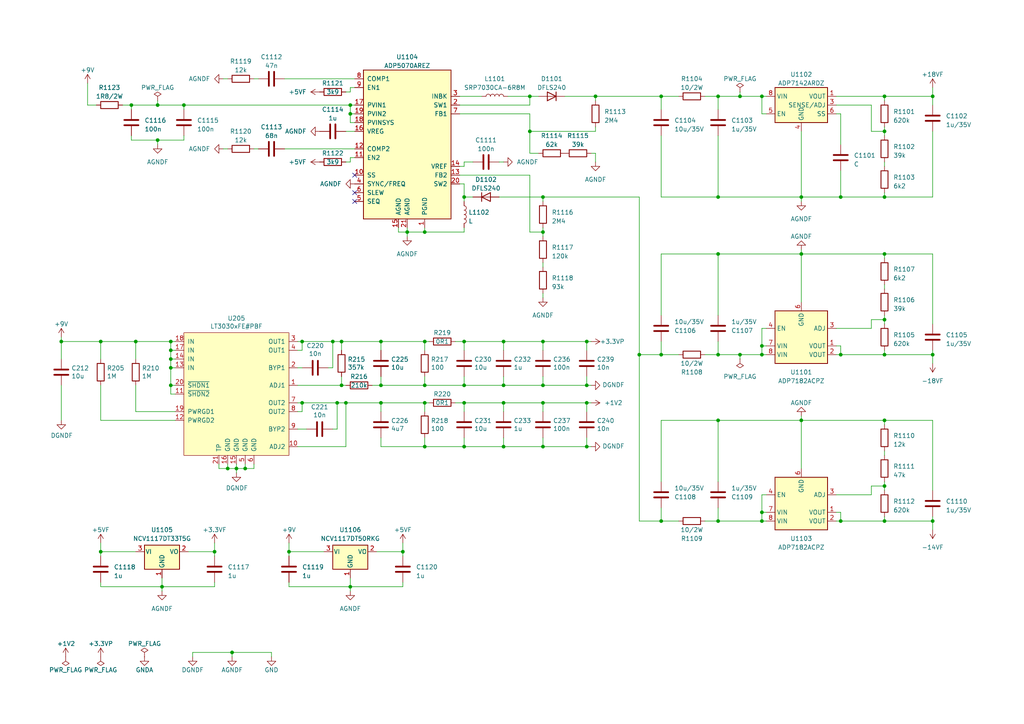
<source format=kicad_sch>
(kicad_sch (version 20230121) (generator eeschema)
  (paper "A4")
  (title_block (title "Power float") (date "2020-03-07") (rev "1.0") (comment 1 "Verification done."))
  (junction (at 110.49 116.84))
  (junction (at 256.54 102.87))
  (junction (at 134.62 57.15))
  (junction (at 99.06 111.76))
  (junction (at 66.04 135.89))
  (junction (at 243.84 57.15))
  (junction (at 110.49 111.76))
  (junction (at 220.98 100.33))
  (junction (at 256.54 57.15))
  (junction (at 134.62 129.54))
  (junction (at 220.98 102.87))
  (junction (at 116.84 160.02))
  (junction (at 220.98 151.13))
  (junction (at 243.84 102.87))
  (junction (at 232.41 57.15))
  (junction (at 123.19 129.54))
  (junction (at 157.48 129.54))
  (junction (at 270.51 27.94))
  (junction (at 191.77 151.13))
  (junction (at 270.51 151.13))
  (junction (at 208.28 102.87))
  (junction (at 208.28 121.92))
  (junction (at 191.77 102.87))
  (junction (at 49.53 106.68))
  (junction (at 101.6 170.18))
  (junction (at 232.41 121.92))
  (junction (at 46.99 170.18))
  (junction (at 157.48 67.31))
  (junction (at 29.21 99.06))
  (junction (at 157.48 57.15))
  (junction (at 170.18 111.76))
  (junction (at 256.54 121.92))
  (junction (at 153.67 38.1))
  (junction (at 172.72 27.94))
  (junction (at 134.62 116.84))
  (junction (at 146.05 129.54))
  (junction (at 256.54 140.97))
  (junction (at 45.72 30.48))
  (junction (at 97.79 116.84))
  (junction (at 101.6 30.48))
  (junction (at 123.19 99.06))
  (junction (at 96.52 99.06))
  (junction (at 170.18 129.54))
  (junction (at 123.19 116.84))
  (junction (at 208.28 73.66))
  (junction (at 53.34 30.48))
  (junction (at 220.98 27.94))
  (junction (at 62.23 160.02))
  (junction (at 146.05 99.06))
  (junction (at 45.72 40.64))
  (junction (at 270.51 102.87))
  (junction (at 49.53 99.06))
  (junction (at 157.48 116.84))
  (junction (at 256.54 27.94))
  (junction (at 71.12 135.89))
  (junction (at 49.53 101.6))
  (junction (at 146.05 111.76))
  (junction (at 49.53 111.76))
  (junction (at 220.98 148.59))
  (junction (at 17.78 99.06))
  (junction (at 208.28 57.15))
  (junction (at 29.21 160.02))
  (junction (at 39.37 99.06))
  (junction (at 87.63 116.84))
  (junction (at 243.84 151.13))
  (junction (at 153.67 27.94))
  (junction (at 134.62 99.06))
  (junction (at 123.19 67.31))
  (junction (at 83.82 160.02))
  (junction (at 214.63 102.87))
  (junction (at 99.06 99.06))
  (junction (at 49.53 104.14))
  (junction (at 118.11 67.31))
  (junction (at 256.54 38.1))
  (junction (at 170.18 99.06))
  (junction (at 256.54 73.66))
  (junction (at 67.31 189.23))
  (junction (at 38.1 30.48))
  (junction (at 101.6 33.02))
  (junction (at 157.48 99.06))
  (junction (at 68.58 135.89))
  (junction (at 100.33 116.84))
  (junction (at 208.28 151.13))
  (junction (at 185.42 102.87))
  (junction (at 232.41 73.66))
  (junction (at 146.05 116.84))
  (junction (at 256.54 92.71))
  (junction (at 256.54 151.13))
  (junction (at 134.62 111.76))
  (junction (at 110.49 99.06))
  (junction (at 157.48 111.76))
  (junction (at 87.63 99.06))
  (junction (at 123.19 111.76))
  (junction (at 191.77 27.94))
  (junction (at 214.63 27.94))
  (junction (at 170.18 116.84))
  (junction (at 208.28 27.94))
  (no_connect (at 102.87 50.8))
  (no_connect (at 102.87 58.42))
  (no_connect (at 102.87 55.88))
  (wire (pts (xy 39.37 99.06) (xy 49.53 99.06)))
  (wire (pts (xy 256.54 91.44) (xy 256.54 92.71)))
  (wire (pts (xy 242.57 27.94) (xy 256.54 27.94)))
  (wire (pts (xy 100.33 116.84) (xy 110.49 116.84)))
  (wire (pts (xy 97.79 124.46) (xy 97.79 116.84)))
  (wire (pts (xy 163.83 27.94) (xy 172.72 27.94)))
  (wire (pts (xy 123.19 67.31) (xy 123.19 66.04)))
  (wire (pts (xy 100.33 26.67) (xy 101.6 26.67)))
  (wire (pts (xy 146.05 129.54) (xy 134.62 129.54)))
  (wire (pts (xy 208.28 57.15) (xy 191.77 57.15)))
  (wire (pts (xy 38.1 30.48) (xy 38.1 31.75)))
  (wire (pts (xy 100.33 46.99) (xy 101.6 46.99)))
  (wire (pts (xy 134.62 57.15) (xy 137.16 57.15)))
  (wire (pts (xy 73.66 22.86) (xy 74.93 22.86)))
  (wire (pts (xy 256.54 123.19) (xy 256.54 121.92)))
  (wire (pts (xy 39.37 160.02) (xy 29.21 160.02)))
  (wire (pts (xy 83.82 168.91) (xy 83.82 170.18)))
  (wire (pts (xy 46.99 170.18) (xy 62.23 170.18)))
  (wire (pts (xy 116.84 170.18) (xy 116.84 168.91)))
  (wire (pts (xy 101.6 25.4) (xy 102.87 25.4)))
  (wire (pts (xy 153.67 33.02) (xy 153.67 38.1)))
  (wire (pts (xy 157.48 66.04) (xy 157.48 67.31)))
  (wire (pts (xy 157.48 67.31) (xy 157.48 68.58)))
  (wire (pts (xy 170.18 99.06) (xy 170.18 101.6)))
  (wire (pts (xy 134.62 99.06) (xy 132.08 99.06)))
  (wire (pts (xy 86.36 129.54) (xy 100.33 129.54)))
  (wire (pts (xy 87.63 106.68) (xy 86.36 106.68)))
  (wire (pts (xy 243.84 41.91) (xy 243.84 33.02)))
  (wire (pts (xy 39.37 119.38) (xy 39.37 111.76)))
  (wire (pts (xy 55.88 189.23) (xy 67.31 189.23)))
  (wire (pts (xy 87.63 99.06) (xy 96.52 99.06)))
  (wire (pts (xy 110.49 129.54) (xy 110.49 127)))
  (wire (pts (xy 191.77 151.13) (xy 191.77 147.32)))
  (wire (pts (xy 101.6 170.18) (xy 101.6 171.45)))
  (wire (pts (xy 156.21 44.45) (xy 153.67 44.45)))
  (wire (pts (xy 99.06 111.76) (xy 99.06 109.22)))
  (wire (pts (xy 97.79 116.84) (xy 100.33 116.84)))
  (wire (pts (xy 87.63 99.06) (xy 86.36 99.06)))
  (wire (pts (xy 83.82 170.18) (xy 101.6 170.18)))
  (wire (pts (xy 53.34 30.48) (xy 101.6 30.48)))
  (wire (pts (xy 243.84 49.53) (xy 243.84 57.15)))
  (wire (pts (xy 242.57 143.51) (xy 252.73 143.51)))
  (wire (pts (xy 232.41 38.1) (xy 232.41 57.15)))
  (wire (pts (xy 208.28 39.37) (xy 208.28 57.15)))
  (wire (pts (xy 134.62 99.06) (xy 134.62 101.6)))
  (wire (pts (xy 67.31 189.23) (xy 78.74 189.23)))
  (wire (pts (xy 220.98 148.59) (xy 222.25 148.59)))
  (wire (pts (xy 38.1 40.64) (xy 45.72 40.64)))
  (wire (pts (xy 73.66 43.18) (xy 74.93 43.18)))
  (wire (pts (xy 185.42 151.13) (xy 185.42 102.87)))
  (wire (pts (xy 118.11 67.31) (xy 118.11 68.58)))
  (wire (pts (xy 243.84 57.15) (xy 256.54 57.15)))
  (wire (pts (xy 82.55 43.18) (xy 102.87 43.18)))
  (wire (pts (xy 87.63 119.38) (xy 87.63 116.84)))
  (wire (pts (xy 46.99 167.64) (xy 46.99 170.18)))
  (wire (pts (xy 99.06 101.6) (xy 99.06 99.06)))
  (wire (pts (xy 134.62 57.15) (xy 134.62 53.34)))
  (wire (pts (xy 116.84 161.29) (xy 116.84 160.02)))
  (wire (pts (xy 17.78 111.76) (xy 17.78 121.92)))
  (wire (pts (xy 134.62 116.84) (xy 132.08 116.84)))
  (wire (pts (xy 153.67 50.8) (xy 153.67 67.31)))
  (wire (pts (xy 204.47 151.13) (xy 208.28 151.13)))
  (wire (pts (xy 256.54 74.93) (xy 256.54 73.66)))
  (wire (pts (xy 191.77 27.94) (xy 191.77 31.75)))
  (wire (pts (xy 53.34 30.48) (xy 53.34 31.75)))
  (wire (pts (xy 172.72 29.21) (xy 172.72 27.94)))
  (wire (pts (xy 78.74 189.23) (xy 78.74 190.5)))
  (wire (pts (xy 252.73 140.97) (xy 256.54 140.97)))
  (wire (pts (xy 97.79 116.84) (xy 87.63 116.84)))
  (wire (pts (xy 68.58 134.62) (xy 68.58 135.89)))
  (wire (pts (xy 270.51 93.98) (xy 270.51 73.66)))
  (wire (pts (xy 101.6 45.72) (xy 102.87 45.72)))
  (wire (pts (xy 170.18 111.76) (xy 157.48 111.76)))
  (wire (pts (xy 232.41 120.65) (xy 232.41 121.92)))
  (wire (pts (xy 252.73 92.71) (xy 256.54 92.71)))
  (wire (pts (xy 64.77 43.18) (xy 66.04 43.18)))
  (wire (pts (xy 171.45 111.76) (xy 170.18 111.76)))
  (wire (pts (xy 102.87 33.02) (xy 101.6 33.02)))
  (wire (pts (xy 86.36 101.6) (xy 87.63 101.6)))
  (wire (pts (xy 220.98 151.13) (xy 220.98 148.59)))
  (wire (pts (xy 133.35 30.48) (xy 153.67 30.48)))
  (wire (pts (xy 102.87 35.56) (xy 101.6 35.56)))
  (wire (pts (xy 256.54 130.81) (xy 256.54 132.08)))
  (wire (pts (xy 208.28 91.44) (xy 208.28 73.66)))
  (wire (pts (xy 208.28 31.75) (xy 208.28 27.94)))
  (wire (pts (xy 270.51 151.13) (xy 270.51 149.86)))
  (wire (pts (xy 243.84 102.87) (xy 256.54 102.87)))
  (wire (pts (xy 134.62 111.76) (xy 123.19 111.76)))
  (wire (pts (xy 232.41 57.15) (xy 232.41 58.42)))
  (wire (pts (xy 153.67 67.31) (xy 157.48 67.31)))
  (wire (pts (xy 134.62 127) (xy 134.62 129.54)))
  (wire (pts (xy 63.5 134.62) (xy 63.5 135.89)))
  (wire (pts (xy 208.28 102.87) (xy 214.63 102.87)))
  (wire (pts (xy 46.99 170.18) (xy 46.99 171.45)))
  (wire (pts (xy 157.48 127) (xy 157.48 129.54)))
  (wire (pts (xy 17.78 97.79) (xy 17.78 99.06)))
  (wire (pts (xy 214.63 26.67) (xy 214.63 27.94)))
  (wire (pts (xy 157.48 76.2) (xy 157.48 77.47)))
  (wire (pts (xy 146.05 111.76) (xy 134.62 111.76)))
  (wire (pts (xy 172.72 27.94) (xy 191.77 27.94)))
  (wire (pts (xy 220.98 33.02) (xy 220.98 27.94)))
  (wire (pts (xy 68.58 135.89) (xy 71.12 135.89)))
  (wire (pts (xy 45.72 29.21) (xy 45.72 30.48)))
  (wire (pts (xy 86.36 119.38) (xy 87.63 119.38)))
  (wire (pts (xy 25.4 30.48) (xy 25.4 24.13)))
  (wire (pts (xy 134.62 116.84) (xy 134.62 119.38)))
  (wire (pts (xy 208.28 27.94) (xy 214.63 27.94)))
  (wire (pts (xy 243.84 151.13) (xy 243.84 148.59)))
  (wire (pts (xy 222.25 102.87) (xy 220.98 102.87)))
  (wire (pts (xy 243.84 151.13) (xy 256.54 151.13)))
  (wire (pts (xy 110.49 129.54) (xy 123.19 129.54)))
  (wire (pts (xy 29.21 121.92) (xy 29.21 111.76)))
  (wire (pts (xy 153.67 44.45) (xy 153.67 38.1)))
  (wire (pts (xy 49.53 99.06) (xy 50.8 99.06)))
  (wire (pts (xy 115.57 66.04) (xy 115.57 67.31)))
  (wire (pts (xy 39.37 104.14) (xy 39.37 99.06)))
  (wire (pts (xy 191.77 73.66) (xy 191.77 91.44)))
  (wire (pts (xy 27.94 30.48) (xy 25.4 30.48)))
  (wire (pts (xy 50.8 119.38) (xy 39.37 119.38)))
  (wire (pts (xy 208.28 99.06) (xy 208.28 102.87)))
  (wire (pts (xy 191.77 102.87) (xy 191.77 99.06)))
  (wire (pts (xy 123.19 101.6) (xy 123.19 99.06)))
  (wire (pts (xy 242.57 95.25) (xy 252.73 95.25)))
  (wire (pts (xy 191.77 151.13) (xy 185.42 151.13)))
  (wire (pts (xy 124.46 99.06) (xy 123.19 99.06)))
  (wire (pts (xy 214.63 102.87) (xy 220.98 102.87)))
  (wire (pts (xy 157.48 116.84) (xy 146.05 116.84)))
  (wire (pts (xy 220.98 102.87) (xy 220.98 100.33)))
  (wire (pts (xy 256.54 139.7) (xy 256.54 140.97)))
  (wire (pts (xy 115.57 67.31) (xy 118.11 67.31)))
  (wire (pts (xy 243.84 102.87) (xy 243.84 100.33)))
  (wire (pts (xy 191.77 121.92) (xy 208.28 121.92)))
  (wire (pts (xy 171.45 44.45) (xy 172.72 44.45)))
  (wire (pts (xy 29.21 99.06) (xy 39.37 99.06)))
  (wire (pts (xy 38.1 39.37) (xy 38.1 40.64)))
  (wire (pts (xy 101.6 26.67) (xy 101.6 25.4)))
  (wire (pts (xy 123.19 111.76) (xy 123.19 109.22)))
  (wire (pts (xy 17.78 99.06) (xy 17.78 104.14)))
  (wire (pts (xy 270.51 142.24) (xy 270.51 121.92)))
  (wire (pts (xy 256.54 29.21) (xy 256.54 27.94)))
  (wire (pts (xy 123.19 67.31) (xy 134.62 67.31)))
  (wire (pts (xy 252.73 143.51) (xy 252.73 140.97)))
  (wire (pts (xy 256.54 57.15) (xy 270.51 57.15)))
  (wire (pts (xy 101.6 30.48) (xy 102.87 30.48)))
  (wire (pts (xy 157.48 99.06) (xy 157.48 101.6)))
  (wire (pts (xy 134.62 46.99) (xy 137.16 46.99)))
  (wire (pts (xy 146.05 109.22) (xy 146.05 111.76)))
  (wire (pts (xy 110.49 99.06) (xy 123.19 99.06)))
  (wire (pts (xy 256.54 55.88) (xy 256.54 57.15)))
  (wire (pts (xy 220.98 100.33) (xy 222.25 100.33)))
  (wire (pts (xy 196.85 151.13) (xy 191.77 151.13)))
  (wire (pts (xy 101.6 167.64) (xy 101.6 170.18)))
  (wire (pts (xy 116.84 160.02) (xy 109.22 160.02)))
  (wire (pts (xy 101.6 46.99) (xy 101.6 45.72)))
  (wire (pts (xy 45.72 40.64) (xy 45.72 41.91)))
  (wire (pts (xy 170.18 116.84) (xy 170.18 119.38)))
  (wire (pts (xy 220.98 95.25) (xy 222.25 95.25)))
  (wire (pts (xy 157.48 116.84) (xy 157.48 119.38)))
  (wire (pts (xy 99.06 111.76) (xy 100.33 111.76)))
  (wire (pts (xy 100.33 129.54) (xy 100.33 116.84)))
  (wire (pts (xy 170.18 116.84) (xy 157.48 116.84)))
  (wire (pts (xy 49.53 106.68) (xy 49.53 104.14)))
  (wire (pts (xy 73.66 135.89) (xy 73.66 134.62)))
  (wire (pts (xy 252.73 95.25) (xy 252.73 92.71)))
  (wire (pts (xy 110.49 116.84) (xy 110.49 119.38)))
  (wire (pts (xy 96.52 124.46) (xy 97.79 124.46)))
  (wire (pts (xy 270.51 25.4) (xy 270.51 27.94)))
  (wire (pts (xy 270.51 151.13) (xy 270.51 153.67)))
  (wire (pts (xy 50.8 101.6) (xy 49.53 101.6)))
  (wire (pts (xy 93.98 160.02) (xy 83.82 160.02)))
  (wire (pts (xy 146.05 127) (xy 146.05 129.54)))
  (wire (pts (xy 99.06 99.06) (xy 110.49 99.06)))
  (wire (pts (xy 116.84 157.48) (xy 116.84 160.02)))
  (wire (pts (xy 66.04 134.62) (xy 66.04 135.89)))
  (wire (pts (xy 71.12 135.89) (xy 73.66 135.89)))
  (wire (pts (xy 86.36 111.76) (xy 99.06 111.76)))
  (wire (pts (xy 256.54 82.55) (xy 256.54 83.82)))
  (wire (pts (xy 270.51 102.87) (xy 270.51 105.41)))
  (wire (pts (xy 256.54 151.13) (xy 270.51 151.13)))
  (wire (pts (xy 222.25 33.02) (xy 220.98 33.02)))
  (wire (pts (xy 204.47 102.87) (xy 208.28 102.87)))
  (wire (pts (xy 53.34 39.37) (xy 53.34 40.64)))
  (wire (pts (xy 134.62 129.54) (xy 123.19 129.54)))
  (wire (pts (xy 170.18 127) (xy 170.18 129.54)))
  (wire (pts (xy 170.18 129.54) (xy 157.48 129.54)))
  (wire (pts (xy 157.48 109.22) (xy 157.48 111.76)))
  (wire (pts (xy 191.77 73.66) (xy 208.28 73.66)))
  (wire (pts (xy 101.6 35.56) (xy 101.6 33.02)))
  (wire (pts (xy 170.18 109.22) (xy 170.18 111.76)))
  (wire (pts (xy 96.52 99.06) (xy 96.52 106.68)))
  (wire (pts (xy 242.57 102.87) (xy 243.84 102.87)))
  (wire (pts (xy 153.67 27.94) (xy 156.21 27.94)))
  (wire (pts (xy 270.51 27.94) (xy 270.51 30.48)))
  (wire (pts (xy 71.12 134.62) (xy 71.12 135.89)))
  (wire (pts (xy 62.23 160.02) (xy 54.61 160.02)))
  (wire (pts (xy 196.85 102.87) (xy 191.77 102.87)))
  (wire (pts (xy 185.42 102.87) (xy 185.42 57.15)))
  (wire (pts (xy 146.05 99.06) (xy 146.05 101.6)))
  (wire (pts (xy 100.33 38.1) (xy 102.87 38.1)))
  (wire (pts (xy 242.57 148.59) (xy 243.84 148.59)))
  (wire (pts (xy 146.05 99.06) (xy 134.62 99.06)))
  (wire (pts (xy 270.51 57.15) (xy 270.51 38.1)))
  (wire (pts (xy 144.78 57.15) (xy 157.48 57.15)))
  (wire (pts (xy 157.48 129.54) (xy 146.05 129.54)))
  (wire (pts (xy 146.05 116.84) (xy 134.62 116.84)))
  (wire (pts (xy 232.41 57.15) (xy 243.84 57.15)))
  (wire (pts (xy 256.54 102.87) (xy 256.54 101.6)))
  (wire (pts (xy 270.51 73.66) (xy 256.54 73.66)))
  (wire (pts (xy 157.48 85.09) (xy 157.48 86.36)))
  (wire (pts (xy 87.63 101.6) (xy 87.63 99.06)))
  (wire (pts (xy 29.21 170.18) (xy 46.99 170.18)))
  (wire (pts (xy 110.49 116.84) (xy 123.19 116.84)))
  (wire (pts (xy 67.31 189.23) (xy 67.31 190.5)))
  (wire (pts (xy 208.28 151.13) (xy 220.98 151.13)))
  (wire (pts (xy 256.54 46.99) (xy 256.54 48.26)))
  (wire (pts (xy 133.35 33.02) (xy 153.67 33.02)))
  (wire (pts (xy 171.45 99.06) (xy 170.18 99.06)))
  (wire (pts (xy 45.72 30.48) (xy 53.34 30.48)))
  (wire (pts (xy 49.53 114.3) (xy 49.53 111.76)))
  (wire (pts (xy 147.32 27.94) (xy 153.67 27.94)))
  (wire (pts (xy 49.53 101.6) (xy 49.53 99.06)))
  (wire (pts (xy 196.85 27.94) (xy 191.77 27.94)))
  (wire (pts (xy 222.25 151.13) (xy 220.98 151.13)))
  (wire (pts (xy 242.57 30.48) (xy 252.73 30.48)))
  (wire (pts (xy 123.19 129.54) (xy 123.19 127)))
  (wire (pts (xy 220.98 148.59) (xy 220.98 143.51)))
  (wire (pts (xy 110.49 111.76) (xy 110.49 109.22)))
  (wire (pts (xy 170.18 99.06) (xy 157.48 99.06)))
  (wire (pts (xy 256.54 27.94) (xy 270.51 27.94)))
  (wire (pts (xy 29.21 99.06) (xy 29.21 104.14)))
  (wire (pts (xy 204.47 27.94) (xy 208.28 27.94)))
  (wire (pts (xy 256.54 140.97) (xy 256.54 142.24)))
  (wire (pts (xy 35.56 30.48) (xy 38.1 30.48)))
  (wire (pts (xy 38.1 30.48) (xy 45.72 30.48)))
  (wire (pts (xy 66.04 135.89) (xy 68.58 135.89)))
  (wire (pts (xy 29.21 157.48) (xy 29.21 160.02)))
  (wire (pts (xy 157.48 57.15) (xy 157.48 58.42)))
  (wire (pts (xy 256.54 151.13) (xy 256.54 149.86)))
  (wire (pts (xy 50.8 121.92) (xy 29.21 121.92)))
  (wire (pts (xy 50.8 106.68) (xy 49.53 106.68)))
  (wire (pts (xy 62.23 161.29) (xy 62.23 160.02)))
  (wire (pts (xy 232.41 73.66) (xy 232.41 87.63)))
  (wire (pts (xy 101.6 33.02) (xy 101.6 30.48)))
  (wire (pts (xy 171.45 116.84) (xy 170.18 116.84)))
  (wire (pts (xy 171.45 129.54) (xy 170.18 129.54)))
  (wire (pts (xy 83.82 157.48) (xy 83.82 160.02)))
  (wire (pts (xy 208.28 139.7) (xy 208.28 121.92)))
  (wire (pts (xy 29.21 160.02) (xy 29.21 161.29)))
  (wire (pts (xy 134.62 67.31) (xy 134.62 66.04)))
  (wire (pts (xy 157.48 111.76) (xy 146.05 111.76)))
  (wire (pts (xy 96.52 106.68) (xy 95.25 106.68)))
  (wire (pts (xy 232.41 73.66) (xy 256.54 73.66)))
  (wire (pts (xy 146.05 116.84) (xy 146.05 119.38)))
  (wire (pts (xy 83.82 160.02) (xy 83.82 161.29)))
  (wire (pts (xy 96.52 99.06) (xy 99.06 99.06)))
  (wire (pts (xy 232.41 121.92) (xy 232.41 135.89)))
  (wire (pts (xy 208.28 57.15) (xy 232.41 57.15)))
  (wire (pts (xy 68.58 137.16) (xy 68.58 135.89)))
  (wire (pts (xy 256.54 92.71) (xy 256.54 93.98)))
  (wire (pts (xy 208.28 147.32) (xy 208.28 151.13)))
  (wire (pts (xy 123.19 116.84) (xy 123.19 119.38)))
  (wire (pts (xy 252.73 38.1) (xy 256.54 38.1)))
  (wire (pts (xy 232.41 121.92) (xy 256.54 121.92)))
  (wire (pts (xy 50.8 104.14) (xy 49.53 104.14)))
  (wire (pts (xy 110.49 111.76) (xy 123.19 111.76)))
  (wire (pts (xy 220.98 27.94) (xy 222.25 27.94)))
  (wire (pts (xy 134.62 53.34) (xy 133.35 53.34)))
  (wire (pts (xy 118.11 67.31) (xy 123.19 67.31)))
  (wire (pts (xy 118.11 66.04) (xy 118.11 67.31)))
  (wire (pts (xy 191.77 57.15) (xy 191.77 39.37)))
  (wire (pts (xy 64.77 22.86) (xy 66.04 22.86)))
  (wire (pts (xy 208.28 73.66) (xy 232.41 73.66)))
  (wire (pts (xy 29.21 99.06) (xy 17.78 99.06)))
  (wire (pts (xy 55.88 190.5) (xy 55.88 189.23)))
  (wire (pts (xy 134.62 48.26) (xy 134.62 46.99)))
  (wire (pts (xy 172.72 36.83) (xy 172.72 38.1)))
  (wire (pts (xy 49.53 111.76) (xy 49.53 106.68)))
  (wire (pts (xy 232.41 72.39) (xy 232.41 73.66)))
  (wire (pts (xy 214.63 27.94) (xy 220.98 27.94)))
  (wire (pts (xy 270.51 102.87) (xy 270.51 101.6)))
  (wire (pts (xy 107.95 111.76) (xy 110.49 111.76)))
  (wire (pts (xy 243.84 33.02) (xy 242.57 33.02)))
  (wire (pts (xy 270.51 121.92) (xy 256.54 121.92)))
  (wire (pts (xy 124.46 116.84) (xy 123.19 116.84)))
  (wire (pts (xy 256.54 38.1) (xy 256.54 39.37)))
  (wire (pts (xy 256.54 102.87) (xy 270.51 102.87)))
  (wire (pts (xy 214.63 102.87) (xy 214.63 104.14)))
  (wire (pts (xy 252.73 30.48) (xy 252.73 38.1)))
  (wire (pts (xy 63.5 135.89) (xy 66.04 135.89)))
  (wire (pts (xy 101.6 170.18) (xy 116.84 170.18)))
  (wire (pts (xy 45.72 40.64) (xy 53.34 40.64)))
  (wire (pts (xy 62.23 157.48) (xy 62.23 160.02)))
  (wire (pts (xy 208.28 121.92) (xy 232.41 121.92)))
  (wire (pts (xy 134.62 109.22) (xy 134.62 111.76)))
  (wire (pts (xy 133.35 27.94) (xy 139.7 27.94)))
  (wire (pts (xy 50.8 114.3) (xy 49.53 114.3)))
  (wire (pts (xy 242.57 100.33) (xy 243.84 100.33)))
  (wire (pts (xy 157.48 99.06) (xy 146.05 99.06)))
  (wire (pts (xy 191.77 121.92) (xy 191.77 139.7)))
  (wire (pts (xy 172.72 44.45) (xy 172.72 46.99)))
  (wire (pts (xy 185.42 57.15) (xy 157.48 57.15)))
  (wire (pts (xy 110.49 101.6) (xy 110.49 99.06)))
  (wire (pts (xy 242.57 151.13) (xy 243.84 151.13)))
  (wire (pts (xy 133.35 50.8) (xy 153.67 50.8)))
  (wire (pts (xy 134.62 58.42) (xy 134.62 57.15)))
  (wire (pts (xy 62.23 170.18) (xy 62.23 168.91)))
  (wire (pts (xy 153.67 38.1) (xy 172.72 38.1)))
  (wire (pts (xy 144.78 46.99) (xy 146.05 46.99)))
  (wire (pts (xy 256.54 38.1) (xy 256.54 36.83)))
  (wire (pts (xy 82.55 22.86) (xy 102.87 22.86)))
  (wire (pts (xy 185.42 102.87) (xy 191.77 102.87)))
  (wire (pts (xy 220.98 100.33) (xy 220.98 95.25)))
  (wire (pts (xy 220.98 143.51) (xy 222.25 143.51)))
  (wire (pts (xy 86.36 124.46) (xy 88.9 124.46)))
  (wire (pts (xy 49.53 104.14) (xy 49.53 101.6)))
  (wire (pts (xy 153.67 27.94) (xy 153.67 30.48)))
  (wire (pts (xy 87.63 116.84) (xy 86.36 116.84)))
  (wire (pts (xy 50.8 111.76) (xy 49.53 111.76)))
  (wire (pts (xy 29.21 168.91) (xy 29.21 170.18)))
  (wire (pts (xy 133.35 48.26) (xy 134.62 48.26)))
  (symbol (lib_id "Device:C") (at 78.74 43.18 90) (unit 1)
    (property "Reference" "C1113" (at 78.74 36.83 90))
    (property "Value" "68n" (at 78.74 39.37 90))
    (property "Footprint" "Capacitor_SMD:C_0603_1608Metric_Pad1.08x0.95mm_HandSolder" (effects hide))
  )
  (symbol (lib_id "Device:R") (at 256.54 78.74 0) (unit 1)
    (property "Reference" "R1107" (at 259.08 78.105 0) (effects (justify left)))
    (property "Value" "6k2" (at 259.08 80.645 0) (effects (justify left)))
    (property "Footprint" "Resistor_SMD:R_0603_1608Metric_Pad0.98x0.95mm_HandSolder" (effects hide))
  )
  (symbol (lib_id "power:+1V2") (at 19.05 190.5 0) (unit 1)
    (property "Reference" "#PWR0224" (effects hide))
    (property "Value" "+1V2" (at 16.51 186.69 0) (effects (justify left)))
    (instances (project "ADC_Test" (path "" (reference "#PWR0224") (unit 1))) (project "ETH1CDMM2" (path "" (reference "#PWR01134") (unit 1))))
  )
  (symbol (lib_id "Device:C") (at 116.84 165.1 0) (unit 1)
    (property "Reference" "C1120" (at 120.65 164.465 0) (effects (justify left)))
    (property "Value" "1u" (at 120.65 167.005 0) (effects (justify left)))
  )
  (symbol (lib_id "ETH1CDMM2:AGNDF") (at 102.87 53.34 270) (unit 1)
    (property "Reference" "#PWR01108" (effects hide))
    (property "Value" "AGNDF" (at 99.06 53.34 90) (effects (justify right)))
  )
  (symbol (lib_id "Device:R") (at 123.19 105.41 0) (unit 1)
    (property "Reference" "R217" (at 124.968 104.2416 0) (effects (justify left)))
    (property "Value" "100" (at 124.968 106.553 0) (effects (justify left)))
    (property "Footprint" "Resistor_SMD:R_0603_1608Metric_Pad0.98x0.95mm_HandSolder" (effects hide))
    (instances (project "ADC_Test" (path "" (reference "R217") (unit 1))) (project "ETH1CDMM2" (path "" (reference "R1128") (unit 1))))
  )
  (symbol (lib_id "Device:C") (at 146.05 123.19 0) (unit 1)
    (property "Reference" "C233" (at 148.971 122.0216 0) (effects (justify left)))
    (property "Value" "1u" (at 148.971 124.333 0) (effects (justify left)))
    (property "Footprint" "Capacitor_SMD:C_0603_1608Metric_Pad1.08x0.95mm_HandSolder" (effects hide))
    (instances (project "ADC_Test" (path "" (reference "C233") (unit 1))) (project "ETH1CDMM2" (path "" (reference "C1129") (unit 1))))
  )
  (symbol (lib_id "Device:C") (at 270.51 146.05 0) (unit 1)
    (property "Reference" "C1110" (at 274.32 145.415 0) (effects (justify left)))
    (property "Value" "1u/35V" (at 274.32 147.955 0) (effects (justify left)))
  )
  (symbol (lib_id "ETH1CDMM2:+5VF") (at 116.84 157.48 0) (unit 1)
    (property "Reference" "#PWR01122" (effects hide))
    (property "Value" "+5VF" (at 116.84 153.67 0))
  )
  (symbol (lib_id "ETH1CDMM2-rescue:LM1117-3.3-Regulator_Linear") (at 46.99 160.02 0) (unit 1)
    (property "Reference" "U1105" (at 46.99 153.67 0))
    (property "Value" "NCV1117DT33T5G" (at 46.99 156.21 0))
    (property "Footprint" "Package_TO_SOT_SMD:TO-252-2" (effects hide))
  )
  (symbol (lib_id "ETH1CDMM2:DGNDF") (at 55.88 190.5 0) (unit 1)
    (property "Reference" "#PWR0209" (effects hide))
    (property "Value" "DGNDF" (at 55.88 194.31 0))
    (instances (project "ADC_Test" (path "" (reference "#PWR0209") (unit 1))) (project "ETH1CDMM2" (path "" (reference "#PWR01138") (unit 1))))
  )
  (symbol (lib_id "Device:C") (at 78.74 22.86 90) (unit 1)
    (property "Reference" "C1112" (at 78.74 16.51 90))
    (property "Value" "47n" (at 78.74 19.05 90))
    (property "Footprint" "Capacitor_SMD:C_0603_1608Metric_Pad1.08x0.95mm_HandSolder" (effects hide))
  )
  (symbol (lib_id "power:+9V") (at 17.78 97.79 0) (unit 1)
    (property "Reference" "#PWR01131" (effects hide))
    (property "Value" "+9V" (at 17.78 93.98 0))
  )
  (symbol (lib_id "Device:C") (at 91.44 106.68 270) (unit 1)
    (property "Reference" "C220" (at 91.44 100.2792 90))
    (property "Value" "10n" (at 91.44 102.5906 90))
    (property "Footprint" "Capacitor_SMD:C_0603_1608Metric_Pad1.08x0.95mm_HandSolder" (effects hide))
    (instances (project "ADC_Test" (path "" (reference "C220") (unit 1))) (project "ETH1CDMM2" (path "" (reference "C1122") (unit 1))))
  )
  (symbol (lib_id "Device:R") (at 256.54 146.05 0) (unit 1)
    (property "Reference" "R1112" (at 259.08 145.415 0) (effects (justify left)))
    (property "Value" "620k" (at 259.08 147.955 0) (effects (justify left)))
    (property "Footprint" "Resistor_SMD:R_0603_1608Metric_Pad0.98x0.95mm_HandSolder" (effects hide))
  )
  (symbol (lib_id "ETH1CDMM2:AGNDF") (at 46.99 171.45 0) (unit 1)
    (property "Reference" "#PWR01120" (effects hide))
    (property "Value" "AGNDF" (at 46.99 176.53 0))
  )
  (symbol (lib_id "ETH1CDMM2:ADP7182ACPZ") (at 232.41 146.05 0) (unit 1)
    (property "Reference" "U1103" (at 232.41 156.21 0))
    (property "Value" "ADP7182ACPZ" (at 232.41 158.75 0))
    (property "Footprint" "Package_DFN_QFN:DFN-8-1EP_3x3mm_P0.5mm_EP1.65x2.38mm_ThermalVias" (effects hide))
  )
  (symbol (lib_id "Device:C") (at 110.49 123.19 0) (unit 1)
    (property "Reference" "C226" (at 113.411 122.0216 0) (effects (justify left)))
    (property "Value" "4u7" (at 113.411 124.333 0) (effects (justify left)))
    (property "Footprint" "Capacitor_SMD:C_0805_2012Metric_Pad1.18x1.45mm_HandSolder" (effects hide))
    (instances (project "ADC_Test" (path "" (reference "C226") (unit 1))) (project "ETH1CDMM2" (path "" (reference "C1125") (unit 1))))
  )
  (symbol (lib_id "Device:R") (at 256.54 97.79 0) (unit 1)
    (property "Reference" "R1105" (at 259.08 97.155 0) (effects (justify left)))
    (property "Value" "620k" (at 259.08 99.695 0) (effects (justify left)))
    (property "Footprint" "Resistor_SMD:R_0603_1608Metric_Pad0.98x0.95mm_HandSolder" (effects hide))
  )
  (symbol (lib_id "Device:R") (at 167.64 44.45 90) (unit 1)
    (property "Reference" "R1115" (at 167.64 39.37 90))
    (property "Value" "39k" (at 167.64 41.91 90))
    (property "Footprint" "Resistor_SMD:R_0603_1608Metric_Pad0.98x0.95mm_HandSolder" (effects hide))
  )
  (symbol (lib_id "Device:R") (at 128.27 99.06 270) (unit 1)
    (property "Reference" "R219" (at 128.27 96.52 90))
    (property "Value" "0R1" (at 128.27 99.06 90))
    (property "Footprint" "Resistor_SMD:R_0805_2012Metric_Pad1.15x1.40mm_HandSolder" (effects hide))
    (instances (project "ADC_Test" (path "" (reference "R219") (unit 1))) (project "ETH1CDMM2" (path "" (reference "R1130") (unit 1))))
  )
  (symbol (lib_id "Device:C") (at 62.23 165.1 0) (unit 1)
    (property "Reference" "C1117" (at 66.04 164.465 0) (effects (justify left)))
    (property "Value" "1u" (at 66.04 167.005 0) (effects (justify left)))
    (property "Footprint" "Capacitor_SMD:C_0603_1608Metric_Pad1.08x0.95mm_HandSolder" (effects hide))
  )
  (symbol (lib_id "ETH1CDMM2:AGNDF") (at 92.71 38.1 270) (unit 1)
    (property "Reference" "#PWR01117" (effects hide))
    (property "Value" "AGNDF" (at 88.9 38.1 90) (effects (justify right)))
  )
  (symbol (lib_id "power:PWR_FLAG") (at 214.63 104.14 180) (unit 1)
    (property "Reference" "#FLG01102" (effects hide))
    (property "Value" "PWR_FLAG" (at 214.63 109.22 0))
  )
  (symbol (lib_id "power:+9V") (at 83.82 157.48 0) (unit 1)
    (property "Reference" "#PWR01125" (effects hide))
    (property "Value" "+9V" (at 83.82 153.67 0))
  )
  (symbol (lib_id "ETH1CDMM2:-14VF") (at 270.51 153.67 180) (unit 1)
    (property "Reference" "#PWR01107" (effects hide))
    (property "Value" "-14VF" (at 270.51 158.75 0))
  )
  (symbol (lib_id "ETH1CDMM2:+18VF") (at 270.51 25.4 0) (unit 1)
    (property "Reference" "#PWR01102" (effects hide))
    (property "Value" "+18VF" (at 270.51 21.59 0))
  )
  (symbol (lib_id "ETH1CDMM2:AGNDF") (at 172.72 46.99 0) (unit 1)
    (property "Reference" "#PWR01109" (effects hide))
    (property "Value" "AGNDF" (at 172.72 52.07 0))
  )
  (symbol (lib_id "ETH1CDMM2:+5VF") (at 29.21 157.48 0) (unit 1)
    (property "Reference" "#PWR01121" (effects hide))
    (property "Value" "+5VF" (at 29.21 153.67 0))
  )
  (symbol (lib_id "ETH1CDMM2:-18VF") (at 270.51 105.41 180) (unit 1)
    (property "Reference" "#PWR01104" (effects hide))
    (property "Value" "-18VF" (at 270.51 110.49 0))
  )
  (symbol (lib_id "Device:C") (at 17.78 107.95 0) (unit 1)
    (property "Reference" "C212" (at 20.701 106.7816 0) (effects (justify left)))
    (property "Value" "10u" (at 20.701 109.093 0) (effects (justify left)))
    (property "Footprint" "Capacitor_SMD:C_0805_2012Metric_Pad1.15x1.40mm_HandSolder" (effects hide))
    (instances (project "ADC_Test" (path "" (reference "C212") (unit 1))) (project "ETH1CDMM2" (path "" (reference "C1121") (unit 1))))
  )
  (symbol (lib_id "Device:C") (at 270.51 97.79 0) (unit 1)
    (property "Reference" "C1105" (at 274.32 97.155 0) (effects (justify left)))
    (property "Value" "1u/35V" (at 274.32 99.695 0) (effects (justify left)))
    (property "Footprint" "Capacitor_SMD:C_1206_3216Metric_Pad1.33x1.80mm_HandSolder" (effects hide))
  )
  (symbol (lib_id "Device:R") (at 31.75 30.48 90) (unit 1)
    (property "Reference" "R1123" (at 31.75 25.4 90))
    (property "Value" "1R8/2W" (at 31.75 27.94 90))
  )
  (symbol (lib_id "Device:C") (at 140.97 46.99 90) (unit 1)
    (property "Reference" "C1111" (at 140.97 40.64 90))
    (property "Value" "100n" (at 140.97 43.18 90))
    (property "Footprint" "Capacitor_SMD:C_0603_1608Metric_Pad1.08x0.95mm_HandSolder" (effects hide))
  )
  (symbol (lib_id "Device:R") (at 157.48 62.23 0) (unit 1)
    (property "Reference" "R1116" (at 160.02 61.595 0) (effects (justify left)))
    (property "Value" "2M4" (at 160.02 64.135 0) (effects (justify left)))
    (property "Footprint" "Resistor_SMD:R_0603_1608Metric_Pad0.98x0.95mm_HandSolder" (effects hide))
  )
  (symbol (lib_id "Device:C") (at 170.18 105.41 0) (unit 1)
    (property "Reference" "C239" (at 173.101 104.2416 0) (effects (justify left)))
    (property "Value" "10n" (at 173.101 106.553 0) (effects (justify left)))
    (property "Footprint" "Capacitor_SMD:C_0603_1608Metric_Pad1.08x0.95mm_HandSolder" (effects hide))
    (instances (project "ADC_Test" (path "" (reference "C239") (unit 1))) (project "ETH1CDMM2" (path "" (reference "C1132") (unit 1))))
  )
  (symbol (lib_id "Device:C") (at 157.48 123.19 0) (unit 1)
    (property "Reference" "C237" (at 160.401 122.0216 0) (effects (justify left)))
    (property "Value" "100n" (at 160.401 124.333 0) (effects (justify left)))
    (property "Footprint" "Capacitor_SMD:C_0603_1608Metric_Pad1.08x0.95mm_HandSolder" (effects hide))
    (instances (project "ADC_Test" (path "" (reference "C237") (unit 1))) (project "ETH1CDMM2" (path "" (reference "C1131") (unit 1))))
  )
  (symbol (lib_id "ETH1CDMM2-rescue:LM1117-3.3-Regulator_Linear") (at 101.6 160.02 0) (unit 1)
    (property "Reference" "U1106" (at 101.6 153.67 0))
    (property "Value" "NCV1117DT50RKG" (at 101.6 156.21 0))
    (property "Footprint" "Package_TO_SOT_SMD:TO-252-2" (effects hide))
  )
  (symbol (lib_id "Device:R") (at 104.14 111.76 270) (unit 1)
    (property "Reference" "R216" (at 104.14 109.22 90))
    (property "Value" "210k" (at 104.14 111.76 90))
    (property "Footprint" "Resistor_SMD:R_0603_1608Metric_Pad0.98x0.95mm_HandSolder" (effects hide))
    (instances (project "ADC_Test" (path "" (reference "R216") (unit 1))) (project "ETH1CDMM2" (path "" (reference "R1127") (unit 1))))
  )
  (symbol (lib_id "power:PWR_FLAG") (at 41.91 190.5 0) (unit 1)
    (property "Reference" "#FLG01103" (effects hide))
    (property "Value" "PWR_FLAG" (at 41.91 186.69 0))
  )
  (symbol (lib_id "Device:R") (at 157.48 72.39 0) (unit 1)
    (property "Reference" "R1117" (at 160.02 71.755 0) (effects (justify left)))
    (property "Value" "120k" (at 160.02 74.295 0) (effects (justify left)))
    (property "Footprint" "Resistor_SMD:R_0603_1608Metric_Pad0.98x0.95mm_HandSolder" (effects hide))
  )
  (symbol (lib_id "Device:R") (at 200.66 102.87 90) (mirror x) (unit 1)
    (property "Reference" "R1108" (at 200.66 107.95 90))
    (property "Value" "10/2W" (at 200.66 105.41 90))
  )
  (symbol (lib_id "Device:R") (at 172.72 33.02 0) (unit 1)
    (property "Reference" "R1113" (at 175.26 32.385 0) (effects (justify left)))
    (property "Value" "2M4" (at 175.26 34.925 0) (effects (justify left)))
    (property "Footprint" "Resistor_SMD:R_0603_1608Metric_Pad0.98x0.95mm_HandSolder" (effects hide))
  )
  (symbol (lib_id "Device:C") (at 83.82 165.1 0) (unit 1)
    (property "Reference" "C1119" (at 87.63 164.465 0) (effects (justify left)))
    (property "Value" "1u" (at 87.63 167.005 0) (effects (justify left)))
  )
  (symbol (lib_id "Device:R") (at 160.02 44.45 90) (unit 1)
    (property "Reference" "R1114" (at 160.02 39.37 90))
    (property "Value" "62k" (at 160.02 41.91 90))
    (property "Footprint" "Resistor_SMD:R_0603_1608Metric_Pad0.98x0.95mm_HandSolder" (effects hide))
  )
  (symbol (lib_id "Device:R") (at 256.54 33.02 0) (unit 1)
    (property "Reference" "R1101" (at 259.08 32.385 0) (effects (justify left)))
    (property "Value" "620k" (at 259.08 34.925 0) (effects (justify left)))
    (property "Footprint" "Resistor_SMD:R_0603_1608Metric_Pad0.98x0.95mm_HandSolder" (effects hide))
  )
  (symbol (lib_id "Device:C") (at 243.84 45.72 0) (unit 1)
    (property "Reference" "C1101" (at 247.65 45.085 0) (effects (justify left)))
    (property "Value" "C" (at 247.65 47.625 0) (effects (justify left)))
    (property "Footprint" "Capacitor_SMD:C_0603_1608Metric_Pad1.08x0.95mm_HandSolder" (effects hide))
  )
  (symbol (lib_id "ETH1CDMM2:AGNDF") (at 101.6 171.45 0) (unit 1)
    (property "Reference" "#PWR01123" (effects hide))
    (property "Value" "AGNDF" (at 101.6 176.53 0))
  )
  (symbol (lib_id "Device:C") (at 270.51 34.29 0) (unit 1)
    (property "Reference" "C1102" (at 274.32 33.655 0) (effects (justify left)))
    (property "Value" "1u/35V" (at 274.32 36.195 0) (effects (justify left)))
    (property "Footprint" "Capacitor_SMD:C_0603_1608Metric_Pad1.08x0.95mm_HandSolder" (effects hide))
  )
  (symbol (lib_id "Device:C") (at 134.62 105.41 0) (unit 1)
    (property "Reference" "C230" (at 137.541 104.2416 0) (effects (justify left)))
    (property "Value" "10u" (at 137.541 106.553 0) (effects (justify left)))
    (property "Footprint" "Capacitor_SMD:C_0805_2012Metric_Pad1.18x1.45mm_HandSolder" (effects hide))
    (instances (project "ADC_Test" (path "" (reference "C230") (unit 1))) (project "ETH1CDMM2" (path "" (reference "C1126") (unit 1))))
  )
  (symbol (lib_id "ETH1CDMM2:AGNDF") (at 146.05 46.99 90) (unit 1)
    (property "Reference" "#PWR01111" (effects hide))
    (property "Value" "AGNDF" (at 149.86 46.99 90) (effects (justify right)))
  )
  (symbol (lib_id "ETH1CDMM2:+5VF") (at 92.71 46.99 90) (unit 1)
    (property "Reference" "#PWR01116" (effects hide))
    (property "Value" "+5VF" (at 88.9 46.99 90) (effects (justify left)))
  )
  (symbol (lib_id "Device:C") (at 134.62 123.19 0) (unit 1)
    (property "Reference" "C231" (at 137.541 122.0216 0) (effects (justify left)))
    (property "Value" "10u" (at 137.541 124.333 0) (effects (justify left)))
    (property "Footprint" "Capacitor_SMD:C_0805_2012Metric_Pad1.18x1.45mm_HandSolder" (effects hide))
    (instances (project "ADC_Test" (path "" (reference "C231") (unit 1))) (project "ETH1CDMM2" (path "" (reference "C1127") (unit 1))))
  )
  (symbol (lib_id "Device:R") (at 200.66 151.13 90) (mirror x) (unit 1)
    (property "Reference" "R1109" (at 200.66 156.21 90))
    (property "Value" "10/2W" (at 200.66 153.67 90))
  )
  (symbol (lib_id "ETH1CDMM2:AGNDF") (at 232.41 120.65 180) (unit 1)
    (property "Reference" "#PWR01105" (effects hide))
    (property "Value" "AGNDF" (at 232.41 116.84 0))
  )
  (symbol (lib_id "Device:R") (at 256.54 52.07 0) (unit 1)
    (property "Reference" "R1103" (at 259.08 51.435 0) (effects (justify left)))
    (property "Value" "6k2" (at 259.08 53.975 0) (effects (justify left)))
    (property "Footprint" "Resistor_SMD:R_0603_1608Metric_Pad0.98x0.95mm_HandSolder" (effects hide))
  )
  (symbol (lib_id "ETH1CDMM2:AGNDF") (at 45.72 41.91 0) (unit 1)
    (property "Reference" "#PWR01118" (effects hide))
    (property "Value" "AGNDF" (at 45.72 46.99 0))
  )
  (symbol (lib_id "ETH1CDMM2:AGNDF") (at 64.77 22.86 270) (unit 1)
    (property "Reference" "#PWR01113" (effects hide))
    (property "Value" "AGNDF" (at 60.96 22.86 90) (effects (justify right)))
  )
  (symbol (lib_id "Device:R") (at 123.19 123.19 0) (unit 1)
    (property "Reference" "R218" (at 124.968 122.0216 0) (effects (justify left)))
    (property "Value" "100" (at 124.968 124.333 0) (effects (justify left)))
    (property "Footprint" "Resistor_SMD:R_0603_1608Metric_Pad0.98x0.95mm_HandSolder" (effects hide))
    (instances (project "ADC_Test" (path "" (reference "R218") (unit 1))) (project "ETH1CDMM2" (path "" (reference "R1129") (unit 1))))
  )
  (symbol (lib_id "power:PWR_FLAG") (at 19.05 190.5 180) (unit 1)
    (property "Reference" "#FLG01108" (effects hide))
    (property "Value" "PWR_FLAG" (at 19.05 194.31 0))
  )
  (symbol (lib_id "ETH1CDMM2:AGNDF") (at 232.41 58.42 0) (unit 1)
    (property "Reference" "#PWR01101" (effects hide))
    (property "Value" "AGNDF" (at 232.41 63.5 0))
  )
  (symbol (lib_id "power:+1V2") (at 171.45 116.84 270) (unit 1)
    (property "Reference" "#PWR0224" (effects hide))
    (property "Value" "+1V2" (at 175.26 116.84 90) (effects (justify left)))
    (instances (project "ADC_Test" (path "" (reference "#PWR0224") (unit 1))) (project "ETH1CDMM2" (path "" (reference "#PWR01129") (unit 1))))
  )
  (symbol (lib_id "Device:R") (at 256.54 43.18 0) (unit 1)
    (property "Reference" "R1102" (at 259.08 42.545 0) (effects (justify left)))
    (property "Value" "39k" (at 259.08 45.085 0) (effects (justify left)))
    (property "Footprint" "Resistor_SMD:R_0603_1608Metric_Pad0.98x0.95mm_HandSolder" (effects hide))
  )
  (symbol (lib_id "Device:R") (at 39.37 107.95 0) (unit 1)
    (property "Reference" "R210" (at 41.148 106.7816 0) (effects (justify left)))
    (property "Value" "1M" (at 41.148 109.093 0) (effects (justify left)))
    (property "Footprint" "Resistor_SMD:R_0603_1608Metric_Pad0.98x0.95mm_HandSolder" (effects hide))
    (instances (project "ADC_Test" (path "" (reference "R210") (unit 1))) (project "ETH1CDMM2" (path "" (reference "R1125") (unit 1))))
  )
  (symbol (lib_id "Device:C") (at 29.21 165.1 0) (unit 1)
    (property "Reference" "C1118" (at 33.02 164.465 0) (effects (justify left)))
    (property "Value" "1u" (at 33.02 167.005 0) (effects (justify left)))
    (property "Footprint" "Capacitor_SMD:C_0603_1608Metric_Pad1.08x0.95mm_HandSolder" (effects hide))
  )
  (symbol (lib_id "Device:L") (at 134.62 62.23 0) (unit 1)
    (property "Reference" "L1102" (at 135.89 61.595 0) (effects (justify left)))
    (property "Value" "L" (at 135.89 64.135 0) (effects (justify left)))
  )
  (symbol (lib_id "Device:R") (at 96.52 26.67 90) (unit 1)
    (property "Reference" "R1121" (at 96.52 24.13 90))
    (property "Value" "3k9" (at 96.52 26.67 90))
    (property "Footprint" "Resistor_SMD:R_0603_1608Metric_Pad0.98x0.95mm_HandSolder" (effects hide))
  )
  (symbol (lib_id "Device:R") (at 69.85 43.18 90) (unit 1)
    (property "Reference" "R1120" (at 69.85 38.1 90))
    (property "Value" "12k" (at 69.85 40.64 90))
    (property "Footprint" "Resistor_SMD:R_0603_1608Metric_Pad0.98x0.95mm_HandSolder" (effects hide))
  )
  (symbol (lib_id "Device:R") (at 128.27 116.84 270) (unit 1)
    (property "Reference" "R220" (at 128.27 114.3 90))
    (property "Value" "0R1" (at 128.27 116.84 90))
    (property "Footprint" "Resistor_SMD:R_0805_2012Metric_Pad1.15x1.40mm_HandSolder" (effects hide))
    (instances (project "ADC_Test" (path "" (reference "R220") (unit 1))) (project "ETH1CDMM2" (path "" (reference "R1131") (unit 1))))
  )
  (symbol (lib_id "power:GNDA") (at 41.91 190.5 0) (unit 1)
    (property "Reference" "#PWR01319" (effects hide))
    (property "Value" "GNDA" (at 41.91 194.31 0))
    (instances (project "ETH1CDMM2" (path "" (reference "#PWR01319") (unit 1)) (path "" (reference "#PWR01133") (unit 1))))
  )
  (symbol (lib_id "ETH1CDMM2:ADP7182ACPZ") (at 232.41 97.79 0) (unit 1)
    (property "Reference" "U1101" (at 232.41 107.95 0))
    (property "Value" "ADP7182ACPZ" (at 232.41 110.49 0))
    (property "Footprint" "Package_DFN_QFN:DFN-8-1EP_3x3mm_P0.5mm_EP1.65x2.38mm_ThermalVias" (effects hide))
  )
  (symbol (lib_id "Device:R") (at 200.66 27.94 90) (unit 1)
    (property "Reference" "R1104" (at 200.66 22.86 90))
    (property "Value" "10/2W" (at 200.66 25.4 90))
  )
  (symbol (lib_id "power:+3.3VP") (at 171.45 99.06 270) (unit 1)
    (property "Reference" "#PWR0222" (effects hide))
    (property "Value" "+3.3VP" (at 173.99 99.06 90) (effects (justify left)))
    (instances (project "ADC_Test" (path "" (reference "#PWR0222") (unit 1))) (project "ETH1CDMM2" (path "" (reference "#PWR01127") (unit 1))))
  )
  (symbol (lib_id "Device:D") (at 140.97 57.15 0) (unit 1)
    (property "Reference" "D1102" (at 140.97 52.07 0))
    (property "Value" "DFLS240" (at 140.97 54.61 0))
    (property "Sim.Device" "D" (effects hide))
    (property "Sim.Pins" "1=K 2=A" (effects hide))
  )
  (symbol (lib_id "ETH1CDMM2:+3.3VF") (at 62.23 157.48 0) (unit 1)
    (property "Reference" "#PWR01119" (effects hide))
    (property "Value" "+3.3VF" (at 62.23 153.67 0))
  )
  (symbol (lib_id "Device:R") (at 99.06 105.41 0) (unit 1)
    (property "Reference" "R215" (at 100.838 104.2416 0) (effects (justify left)))
    (property "Value" "357k" (at 100.838 106.553 0) (effects (justify left)))
    (property "Footprint" "Resistor_SMD:R_0603_1608Metric_Pad0.98x0.95mm_HandSolder" (effects hide))
    (instances (project "ADC_Test" (path "" (reference "R215") (unit 1))) (project "ETH1CDMM2" (path "" (reference "R1126") (unit 1))))
  )
  (symbol (lib_id "ETH1CDMM2:AGNDF") (at 67.31 190.5 0) (unit 1)
    (property "Reference" "#PWR01139" (effects hide))
    (property "Value" "AGNDF" (at 67.31 194.31 0))
  )
  (symbol (lib_id "Device:C") (at 53.34 35.56 0) (unit 1)
    (property "Reference" "C1115" (at 57.15 34.925 0) (effects (justify left)))
    (property "Value" "100n" (at 57.15 37.465 0) (effects (justify left)))
    (property "Footprint" "Capacitor_SMD:C_0603_1608Metric_Pad1.08x0.95mm_HandSolder" (effects hide))
  )
  (symbol (lib_id "Device:C") (at 146.05 105.41 0) (unit 1)
    (property "Reference" "C232" (at 148.971 104.2416 0) (effects (justify left)))
    (property "Value" "1u" (at 148.971 106.553 0) (effects (justify left)))
    (property "Footprint" "Capacitor_SMD:C_0603_1608Metric_Pad1.08x0.95mm_HandSolder" (effects hide))
    (instances (project "ADC_Test" (path "" (reference "C232") (unit 1))) (project "ETH1CDMM2" (path "" (reference "C1128") (unit 1))))
  )
  (symbol (lib_id "Device:C") (at 208.28 35.56 0) (unit 1)
    (property "Reference" "C1103" (at 212.09 34.925 0) (effects (justify left)))
    (property "Value" "1u/35V" (at 212.09 37.465 0) (effects (justify left)))
    (property "Footprint" "Capacitor_SMD:C_0603_1608Metric_Pad1.08x0.95mm_HandSolder" (effects hide))
  )
  (symbol (lib_id "ETH1CDMM2:LT3030") (at 68.58 114.3 0) (unit 1)
    (property "Reference" "U205" (at 68.58 92.329 0))
    (property "Value" "LT3030xFE#PBF" (at 68.58 94.6404 0))
    (property "Footprint" "Package_SO:ETSSOP-20-1EP_4.4x6.5mm_P0.65mm_EP3x4.2mm" (effects hide))
    (instances (project "ADC_Test" (path "" (reference "U205") (unit 1))) (project "ETH1CDMM2" (path "" (reference "U1107") (unit 1))))
  )
  (symbol (lib_id "Device:C") (at 208.28 95.25 0) (mirror x) (unit 1)
    (property "Reference" "C1107" (at 212.09 95.885 0) (effects (justify left)))
    (property "Value" "1u/35V" (at 212.09 93.345 0) (effects (justify left)))
    (property "Footprint" "Capacitor_SMD:C_1206_3216Metric_Pad1.33x1.80mm_HandSolder" (effects hide))
  )
  (symbol (lib_id "Device:R") (at 256.54 135.89 0) (unit 1)
    (property "Reference" "R1111" (at 259.08 135.255 0) (effects (justify left)))
    (property "Value" "47k" (at 259.08 137.795 0) (effects (justify left)))
    (property "Footprint" "Resistor_SMD:R_0603_1608Metric_Pad0.98x0.95mm_HandSolder" (effects hide))
  )
  (symbol (lib_id "Device:R") (at 29.21 107.95 0) (unit 1)
    (property "Reference" "R205" (at 30.988 106.7816 0) (effects (justify left)))
    (property "Value" "1M" (at 30.988 109.093 0) (effects (justify left)))
    (property "Footprint" "Resistor_SMD:R_0603_1608Metric_Pad0.98x0.95mm_HandSolder" (effects hide))
    (instances (project "ADC_Test" (path "" (reference "R205") (unit 1))) (project "ETH1CDMM2" (path "" (reference "R1124") (unit 1))))
  )
  (symbol (lib_id "power:PWR_FLAG") (at 29.21 190.5 180) (unit 1)
    (property "Reference" "#FLG01109" (effects hide))
    (property "Value" "PWR_FLAG" (at 29.21 194.31 0))
  )
  (symbol (lib_id "Device:C") (at 170.18 123.19 0) (unit 1)
    (property "Reference" "C240" (at 173.101 122.0216 0) (effects (justify left)))
    (property "Value" "10n" (at 173.101 124.333 0) (effects (justify left)))
    (property "Footprint" "Capacitor_SMD:C_0603_1608Metric_Pad1.08x0.95mm_HandSolder" (effects hide))
    (instances (project "ADC_Test" (path "" (reference "C240") (unit 1))) (project "ETH1CDMM2" (path "" (reference "C1133") (unit 1))))
  )
  (symbol (lib_id "Device:R") (at 69.85 22.86 90) (unit 1)
    (property "Reference" "R1119" (at 69.85 17.78 90))
    (property "Value" "12k" (at 69.85 20.32 90))
    (property "Footprint" "Resistor_SMD:R_0603_1608Metric_Pad0.98x0.95mm_HandSolder" (effects hide))
  )
  (symbol (lib_id "ETH1CDMM2:AGNDF") (at 157.48 86.36 0) (unit 1)
    (property "Reference" "#PWR01110" (effects hide))
    (property "Value" "AGNDF" (at 157.48 91.44 0))
  )
  (symbol (lib_id "Device:C") (at 191.77 35.56 0) (unit 1)
    (property "Reference" "C1104" (at 195.58 34.925 0) (effects (justify left)))
    (property "Value" "10u/35V" (at 195.58 37.465 0) (effects (justify left)))
    (property "Footprint" "Capacitor_SMD:C_0603_1608Metric_Pad1.08x0.95mm_HandSolder" (effects hide))
  )
  (symbol (lib_id "power:PWR_FLAG") (at 214.63 26.67 0) (unit 1)
    (property "Reference" "#FLG01105" (effects hide))
    (property "Value" "PWR_FLAG" (at 214.63 22.86 0))
  )
  (symbol (lib_id "Device:C") (at 191.77 143.51 0) (mirror x) (unit 1)
    (property "Reference" "C1108" (at 195.58 144.145 0) (effects (justify left)))
    (property "Value" "10u/35V" (at 195.58 141.605 0) (effects (justify left)))
    (property "Footprint" "Capacitor_SMD:C_1206_3216Metric_Pad1.33x1.80mm_HandSolder" (effects hide))
  )
  (symbol (lib_id "Device:R") (at 256.54 127 0) (unit 1)
    (property "Reference" "R1110" (at 259.08 126.365 0) (effects (justify left)))
    (property "Value" "12k" (at 259.08 128.905 0) (effects (justify left)))
    (property "Footprint" "Resistor_SMD:R_0603_1608Metric_Pad0.98x0.95mm_HandSolder" (effects hide))
  )
  (symbol (lib_id "power:PWR_FLAG") (at 45.72 29.21 0) (unit 1)
    (property "Reference" "#FLG01107" (effects hide))
    (property "Value" "PWR_FLAG" (at 45.72 25.4 0))
  )
  (symbol (lib_id "Device:C") (at 191.77 95.25 0) (mirror x) (unit 1)
    (property "Reference" "C1106" (at 195.58 95.885 0) (effects (justify left)))
    (property "Value" "10u/35V" (at 195.58 93.345 0) (effects (justify left)))
    (property "Footprint" "Capacitor_SMD:C_1206_3216Metric_Pad1.33x1.80mm_HandSolder" (effects hide))
  )
  (symbol (lib_id "Regulator_Switching:ADP5070AREZ") (at 118.11 43.18 0) (unit 1)
    (property "Reference" "U1104" (at 118.11 16.51 0))
    (property "Value" "ADP5070AREZ" (at 118.11 19.05 0))
    (property "Footprint" "Package_SO:ETSSOP-20-1EP_4.4x6.5mm_P0.65mm_EP3x4.2mm" (effects hide))
    (property "Datasheet" "https://www.analog.com/media/en/technical-documentation/data-sheets/ADP5070.pdf" (effects hide))
  )
  (symbol (lib_id "Device:C") (at 208.28 143.51 0) (mirror x) (unit 1)
    (property "Reference" "C1109" (at 212.09 144.145 0) (effects (justify left)))
    (property "Value" "1u/35V" (at 212.09 141.605 0) (effects (justify left)))
  )
  (symbol (lib_id "Device:R") (at 256.54 87.63 0) (unit 1)
    (property "Reference" "R1106" (at 259.08 86.995 0) (effects (justify left)))
    (property "Value" "39k" (at 259.08 89.535 0) (effects (justify left)))
    (property "Footprint" "Resistor_SMD:R_0603_1608Metric_Pad0.98x0.95mm_HandSolder" (effects hide))
  )
  (symbol (lib_id "power:GND") (at 78.74 190.5 0) (unit 1)
    (property "Reference" "#PWR01140" (effects hide))
    (property "Value" "GND" (at 78.74 194.31 0))
  )
  (symbol (lib_id "Device:C") (at 38.1 35.56 0) (unit 1)
    (property "Reference" "C1116" (at 41.91 34.925 0) (effects (justify left)))
    (property "Value" "100n" (at 41.91 37.465 0) (effects (justify left)))
    (property "Footprint" "Capacitor_SMD:C_0603_1608Metric_Pad1.08x0.95mm_HandSolder" (effects hide))
  )
  (symbol (lib_id "ETH1CDMM2:AGNDF") (at 64.77 43.18 270) (unit 1)
    (property "Reference" "#PWR01114" (effects hide))
    (property "Value" "AGNDF" (at 60.96 43.18 90) (effects (justify right)))
  )
  (symbol (lib_id "Device:C") (at 110.49 105.41 0) (unit 1)
    (property "Reference" "C225" (at 113.411 104.2416 0) (effects (justify left)))
    (property "Value" "10u" (at 113.411 106.553 0) (effects (justify left)))
    (property "Footprint" "Capacitor_SMD:C_0805_2012Metric_Pad1.18x1.45mm_HandSolder" (effects hide))
    (instances (project "ADC_Test" (path "" (reference "C225") (unit 1))) (project "ETH1CDMM2" (path "" (reference "C1124") (unit 1))))
  )
  (symbol (lib_id "Regulator_Linear:ADP7142ARDZ") (at 232.41 30.48 0) (unit 1)
    (property "Reference" "U1102" (at 232.41 21.59 0))
    (property "Value" "ADP7142ARDZ" (at 232.41 24.13 0))
    (property "Footprint" "Package_SO:SOIC-8-1EP_3.9x4.9mm_P1.27mm_EP2.29x3mm" (effects hide))
    (property "Datasheet" "https://www.analog.com/media/en/technical-documentation/data-sheets/ADP7142.pdf" (effects hide))
  )
  (symbol (lib_id "Device:L") (at 143.51 27.94 90) (unit 1)
    (property "Reference" "L1101" (at 143.51 22.86 90))
    (property "Value" "SRP7030CA-6R8M" (at 143.51 25.4 90))
  )
  (symbol (lib_id "ETH1CDMM2:DGNDF") (at 171.45 129.54 90) (unit 1)
    (property "Reference" "#PWR0225" (effects hide))
    (property "Value" "DGNDF" (at 174.7012 129.413 90) (effects (justify right)))
    (instances (project "ADC_Test" (path "" (reference "#PWR0225") (unit 1))) (project "ETH1CDMM2" (path "" (reference "#PWR01130") (unit 1))))
  )
  (symbol (lib_id "ETH1CDMM2:DGNDF") (at 171.45 111.76 90) (unit 1)
    (property "Reference" "#PWR0223" (effects hide))
    (property "Value" "DGNDF" (at 174.7012 111.633 90) (effects (justify right)))
    (instances (project "ADC_Test" (path "" (reference "#PWR0223") (unit 1))) (project "ETH1CDMM2" (path "" (reference "#PWR01128") (unit 1))))
  )
  (symbol (lib_id "Device:R") (at 157.48 81.28 0) (unit 1)
    (property "Reference" "R1118" (at 160.02 80.645 0) (effects (justify left)))
    (property "Value" "93k" (at 160.02 83.185 0) (effects (justify left)))
    (property "Footprint" "Resistor_SMD:R_0603_1608Metric_Pad0.98x0.95mm_HandSolder" (effects hide))
  )
  (symbol (lib_id "power:+9V") (at 25.4 24.13 0) (unit 1)
    (property "Reference" "#PWR01112" (effects hide))
    (property "Value" "+9V" (at 25.4 20.32 0))
  )
  (symbol (lib_id "Device:R") (at 96.52 46.99 90) (unit 1)
    (property "Reference" "R1122" (at 96.52 44.45 90))
    (property "Value" "3k9" (at 96.52 46.99 90))
    (property "Footprint" "Resistor_SMD:R_0603_1608Metric_Pad0.98x0.95mm_HandSolder" (effects hide))
  )
  (symbol (lib_id "Device:C") (at 157.48 105.41 0) (unit 1)
    (property "Reference" "C236" (at 160.401 104.2416 0) (effects (justify left)))
    (property "Value" "100n" (at 160.401 106.553 0) (effects (justify left)))
    (property "Footprint" "Capacitor_SMD:C_0603_1608Metric_Pad1.08x0.95mm_HandSolder" (effects hide))
    (instances (project "ADC_Test" (path "" (reference "C236") (unit 1))) (project "ETH1CDMM2" (path "" (reference "C1130") (unit 1))))
  )
  (symbol (lib_id "Device:D") (at 160.02 27.94 180) (unit 1)
    (property "Reference" "D1101" (at 160.02 22.86 0))
    (property "Value" "DFLS240" (at 160.02 25.4 0))
    (property "Footprint" "Capacitor_SMD:C_0603_1608Metric_Pad1.08x0.95mm_HandSolder" (effects hide))
    (property "Sim.Device" "D" (effects hide))
    (property "Sim.Pins" "1=K 2=A" (effects hide))
  )
  (symbol (lib_id "ETH1CDMM2:AGNDF") (at 232.41 72.39 180) (unit 1)
    (property "Reference" "#PWR01103" (effects hide))
    (property "Value" "AGNDF" (at 232.41 68.58 0))
  )
  (symbol (lib_id "Device:C") (at 92.71 124.46 270) (unit 1)
    (property "Reference" "C221" (at 92.71 118.0592 90))
    (property "Value" "10n" (at 92.71 120.3706 90))
    (property "Footprint" "Capacitor_SMD:C_0603_1608Metric_Pad1.08x0.95mm_HandSolder" (effects hide))
    (instances (project "ADC_Test" (path "" (reference "C221") (unit 1))) (project "ETH1CDMM2" (path "" (reference "C1123") (unit 1))))
  )
  (symbol (lib_id "ETH1CDMM2:DGNDF") (at 68.58 137.16 0) (unit 1)
    (property "Reference" "#PWR0212" (effects hide))
    (property "Value" "DGNDF" (at 68.707 141.5542 0))
    (instances (project "ADC_Test" (path "" (reference "#PWR0212") (unit 1))) (project "ETH1CDMM2" (path "" (reference "#PWR01126") (unit 1))))
  )
  (symbol (lib_id "ETH1CDMM2:DGNDF") (at 17.78 121.92 0) (unit 1)
    (property "Reference" "#PWR0209" (effects hide))
    (property "Value" "DGNDF" (at 17.907 126.3142 0))
    (instances (project "ADC_Test" (path "" (reference "#PWR0209") (unit 1))) (project "ETH1CDMM2" (path "" (reference "#PWR01124") (unit 1))))
  )
  (symbol (lib_id "ETH1CDMM2:+5VF") (at 92.71 26.67 90) (unit 1)
    (property "Reference" "#PWR01115" (effects hide))
    (property "Value" "+5VF" (at 88.9 26.67 90) (effects (justify left)))
  )
  (symbol (lib_id "Device:C") (at 96.52 38.1 90) (unit 1)
    (property "Reference" "C1114" (at 96.52 31.75 90))
    (property "Value" "1u" (at 96.52 34.29 90))
    (property "Footprint" "Capacitor_SMD:C_0603_1608Metric_Pad1.08x0.95mm_HandSolder" (effects hide))
  )
  (symbol (lib_id "power:+3.3VP") (at 29.21 190.5 0) (unit 1)
    (property "Reference" "#PWR0244" (effects hide))
    (property "Value" "+3.3VP" (at 29.21 186.69 0))
    (instances (project "ETH1CDMM2" (path "" (reference "#PWR0244") (unit 1)) (path "" (reference "#PWR01135") (unit 1))))
  )
  (symbol (lib_id "ETH1CDMM2:AGNDF") (at 118.11 68.58 0) (unit 1)
    (property "Reference" "#PWR01106" (effects hide))
    (property "Value" "AGNDF" (at 118.11 73.66 0))
  )
)
</source>
